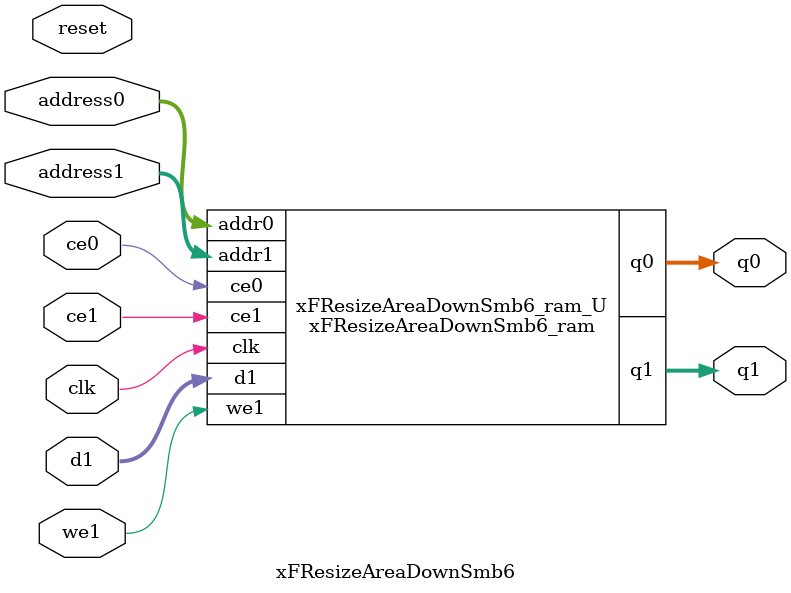
<source format=v>
`timescale 1 ns / 1 ps
module xFResizeAreaDownSmb6_ram (addr0, ce0, q0, addr1, ce1, d1, we1, q1,  clk);

parameter DWIDTH = 24;
parameter AWIDTH = 10;
parameter MEM_SIZE = 640;

input[AWIDTH-1:0] addr0;
input ce0;
output reg[DWIDTH-1:0] q0;
input[AWIDTH-1:0] addr1;
input ce1;
input[DWIDTH-1:0] d1;
input we1;
output reg[DWIDTH-1:0] q1;
input clk;

(* ram_style = "block" *)reg [DWIDTH-1:0] ram[0:MEM_SIZE-1];




always @(posedge clk)  
begin 
    if (ce0) 
    begin
        q0 <= ram[addr0];
    end
end


always @(posedge clk)  
begin 
    if (ce1) 
    begin
        if (we1) 
        begin 
            ram[addr1] <= d1; 
        end 
        q1 <= ram[addr1];
    end
end


endmodule

`timescale 1 ns / 1 ps
module xFResizeAreaDownSmb6(
    reset,
    clk,
    address0,
    ce0,
    q0,
    address1,
    ce1,
    we1,
    d1,
    q1);

parameter DataWidth = 32'd24;
parameter AddressRange = 32'd640;
parameter AddressWidth = 32'd10;
input reset;
input clk;
input[AddressWidth - 1:0] address0;
input ce0;
output[DataWidth - 1:0] q0;
input[AddressWidth - 1:0] address1;
input ce1;
input we1;
input[DataWidth - 1:0] d1;
output[DataWidth - 1:0] q1;



xFResizeAreaDownSmb6_ram xFResizeAreaDownSmb6_ram_U(
    .clk( clk ),
    .addr0( address0 ),
    .ce0( ce0 ),
    .q0( q0 ),
    .addr1( address1 ),
    .ce1( ce1 ),
    .we1( we1 ),
    .d1( d1 ),
    .q1( q1 ));

endmodule


</source>
